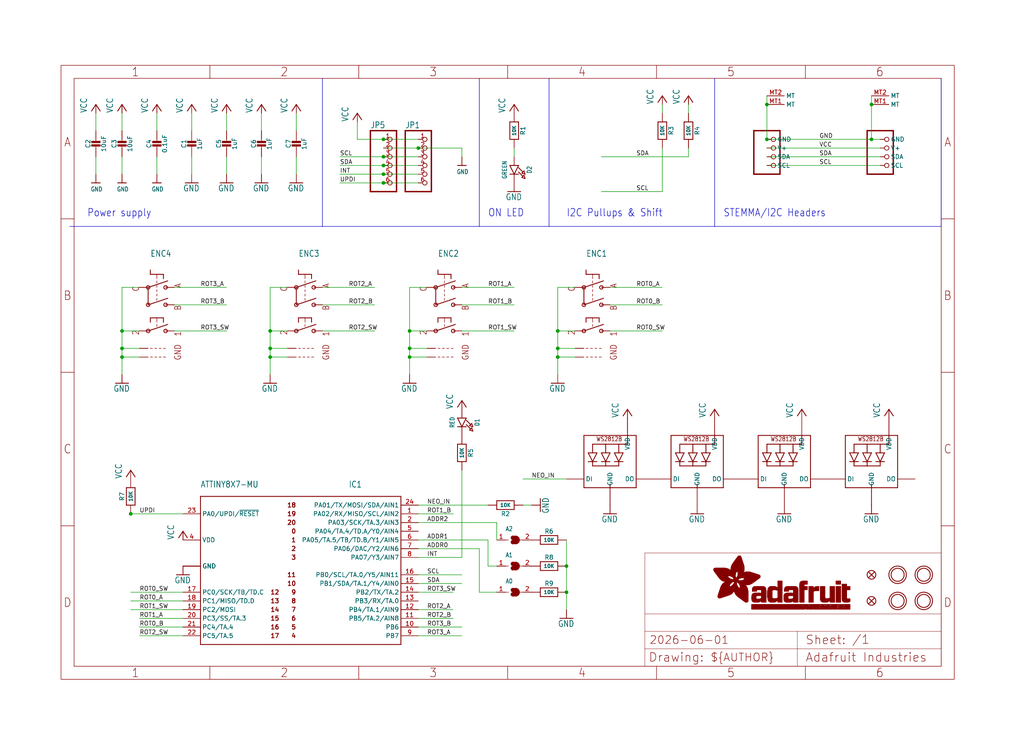
<source format=kicad_sch>
(kicad_sch (version 20230121) (generator eeschema)
  (paper "User" 298.45 217.322)
  (lib_symbols
    (symbol "Untitled-eagle-import:ATTINY8X7-MU"
      (property "Reference" "IC" (at 12.7 25.4 0))
      (symbol "ATTINY8X7-MU_1_0"
        (text "0" (at -2.54 12.7 0) (effects (font (size 1.27 1.27) (thickness 0.254) bold) (justify right)))
        (text "1" (at -2.54 10.16 0) (effects (font (size 1.27 1.27) (thickness 0.254) bold) (justify right)))
        (text "10" (at -2.54 -2.54 0) (effects (font (size 1.27 1.27) (thickness 0.254) bold) (justify right)))
        (text "11" (at -2.54 0 0) (effects (font (size 1.27 1.27) (thickness 0.254) bold) (justify right)))
        (text "12" (at -10.16 -5.08 0) (effects (font (size 1.27 1.27) (thickness 0.254) bold) (justify left)))
        (text "13" (at -10.16 -7.62 0) (effects (font (size 1.27 1.27) (thickness 0.254) bold) (justify left)))
        (text "14" (at -10.16 -10.16 0) (effects (font (size 1.27 1.27) (thickness 0.254) bold) (justify left)))
        (text "15" (at -10.16 -12.7 0) (effects (font (size 1.27 1.27) (thickness 0.254) bold) (justify left)))
        (text "16" (at -10.16 -15.24 0) (effects (font (size 1.27 1.27) (thickness 0.254) bold) (justify left)))
        (text "17" (at -10.16 -17.78 0) (effects (font (size 1.27 1.27) (thickness 0.254) bold) (justify left)))
        (text "18" (at -2.54 20.32 0) (effects (font (size 1.27 1.27) (thickness 0.254) bold) (justify right)))
        (text "19" (at -2.54 17.78 0) (effects (font (size 1.27 1.27) (thickness 0.254) bold) (justify right)))
        (text "2" (at -2.54 7.62 0) (effects (font (size 1.27 1.27) (thickness 0.254) bold) (justify right)))
        (text "20" (at -2.54 15.24 0) (effects (font (size 1.27 1.27) (thickness 0.254) bold) (justify right)))
        (text "3" (at -2.54 5.08 0) (effects (font (size 1.27 1.27) (thickness 0.254) bold) (justify right)))
        (text "4" (at -2.54 -17.78 0) (effects (font (size 1.27 1.27) (thickness 0.254) bold) (justify right)))
        (text "5" (at -2.54 -15.24 0) (effects (font (size 1.27 1.27) (thickness 0.254) bold) (justify right)))
        (text "6" (at -2.54 -12.7 0) (effects (font (size 1.27 1.27) (thickness 0.254) bold) (justify right)))
        (text "7" (at -2.54 -10.16 0) (effects (font (size 1.27 1.27) (thickness 0.254) bold) (justify right)))
        (text "8" (at -2.54 -7.62 0) (effects (font (size 1.27 1.27) (thickness 0.254) bold) (justify right)))
        (text "9" (at -2.54 -5.08 0) (effects (font (size 1.27 1.27) (thickness 0.254) bold) (justify right)))
        (pin bidirectional line (at 33.02 17.78 180) (length 5.08) (name "PA02/RX/MISO/SCL/AIN2") (number "1"))
        (pin bidirectional line (at 33.02 -15.24 180) (length 5.08) (name "PB6") (number "10"))
        (pin bidirectional line (at 33.02 -12.7 180) (length 5.08) (name "PB5/TA.2/AIN8") (number "11"))
        (pin bidirectional line (at 33.02 -10.16 180) (length 5.08) (name "PB4/TA.1/AIN9") (number "12"))
        (pin bidirectional line (at 33.02 -7.62 180) (length 5.08) (name "PB3/RX/TA.0") (number "13"))
        (pin bidirectional line (at 33.02 -5.08 180) (length 5.08) (name "PB2/TX/TA.2") (number "14"))
        (pin bidirectional line (at 33.02 -2.54 180) (length 5.08) (name "PB1/SDA/TA.1/Y4/AIN0") (number "15"))
        (pin bidirectional line (at 33.02 0 180) (length 5.08) (name "PB0/SCL/TA.0/Y5/AIN11") (number "16"))
        (pin bidirectional line (at -35.56 -5.08 0) (length 5.08) (name "PC0/SCK/TB/TD.C") (number "17"))
        (pin bidirectional line (at -35.56 -7.62 0) (length 5.08) (name "PC1/MISO/TD.D") (number "18"))
        (pin bidirectional line (at -35.56 -10.16 0) (length 5.08) (name "PC2/MOSI") (number "19"))
        (pin bidirectional line (at 33.02 15.24 180) (length 5.08) (name "PA03/SCK/TA.3/AIN3") (number "2"))
        (pin bidirectional line (at -35.56 -12.7 0) (length 5.08) (name "PC3/SS/TA.3") (number "20"))
        (pin bidirectional line (at -35.56 -15.24 0) (length 5.08) (name "PC4/TA.4") (number "21"))
        (pin bidirectional line (at -35.56 -17.78 0) (length 5.08) (name "PC5/TA.5") (number "22"))
        (pin bidirectional line (at -35.56 17.78 0) (length 5.08) (name "PA0/UPDI/~{RESET}") (number "23"))
        (pin bidirectional line (at 33.02 20.32 180) (length 5.08) (name "PA01/TX/MOSI/SDA/AIN1") (number "24"))
        (pin power_in line (at -35.56 2.54 0) (length 5.08) (name "GND") (number "3"))
        (pin power_in line (at -35.56 10.16 0) (length 5.08) (name "VDD") (number "4"))
        (pin bidirectional line (at 33.02 12.7 180) (length 5.08) (name "PA04/TA.4/TD.A/Y0/AIN4") (number "5"))
        (pin bidirectional line (at 33.02 10.16 180) (length 5.08) (name "PA05/TA.5/TB/TD.B/Y1/AIN5") (number "6"))
        (pin bidirectional line (at 33.02 7.62 180) (length 5.08) (name "PA06/DAC/Y2/AIN6") (number "7"))
        (pin bidirectional line (at 33.02 5.08 180) (length 5.08) (name "PA07/Y3/AIN7") (number "8"))
        (pin bidirectional line (at 33.02 -17.78 180) (length 5.08) (name "PB7") (number "9"))
        (pin power_in line (at -35.56 2.54 0) (length 5.08) (name "GND") (number "THERM"))
      )
    )
    (symbol "Untitled-eagle-import:CAP_CERAMIC0603_NO"
      (property "Reference" "C" (at -2.29 1.25 90))
      (symbol "CAP_CERAMIC0603_NO_1_0"
        (pin passive line (at 0 5.08 270) (length 2.54) (name "1") (number "1"))
        (pin passive line (at 0 -2.54 90) (length 2.54) (name "2") (number "2"))
      )
    )
    (symbol "Untitled-eagle-import:CAP_CERAMIC0805-NOOUTLINE"
      (property "Reference" "C" (at -2.29 1.25 90))
      (symbol "CAP_CERAMIC0805-NOOUTLINE_1_0"
        (pin passive line (at 0 5.08 270) (length 2.54) (name "1") (number "1"))
        (pin passive line (at 0 -2.54 90) (length 2.54) (name "2") (number "2"))
      )
    )
    (symbol "Untitled-eagle-import:ENCODER_PLUS_SWITCH_PEC11"
      (property "Reference" "SW" (at -1.905 13.97 0))
      (symbol "ENCODER_PLUS_SWITCH_PEC11_1_0"
        (text "1" (at 5.08 -7.62 900) (effects (font (size 1.778 1.5113)) (justify right top)))
        (text "2" (at -5.08 -8.89 900) (effects (font (size 1.778 1.5113)) (justify left bottom)))
        (text "A" (at 5.08 6.35 900) (effects (font (size 1.778 1.5113)) (justify right top)))
        (text "B" (at 5.08 0 900) (effects (font (size 1.778 1.5113)) (justify right top)))
        (text "C" (at -5.08 3.81 900) (effects (font (size 1.778 1.5113)) (justify left bottom)))
        (text "GND" (at 5.08 -11.43 900) (effects (font (size 1.778 1.5113)) (justify right top)))
        (pin passive line (at 5.08 -7.62 180) (length 2.54) (name "P$1") (number "P$1"))
        (pin passive line (at -5.08 -7.62 0) (length 2.54) (name "P$2") (number "P$2"))
        (pin passive line (at 5.08 5.08 180) (length 2.54) (name "P$A") (number "P$A"))
        (pin passive line (at 5.08 0 180) (length 2.54) (name "P$B") (number "P$B"))
        (pin passive line (at -5.08 5.08 0) (length 2.54) (name "P$C") (number "P$C"))
        (pin passive line (at -5.08 -12.7 0) (length 2.54) (name "P$GND1") (number "P$GND1"))
        (pin passive line (at -5.08 -15.24 0) (length 2.54) (name "P$GND2") (number "P$GND2"))
      )
    )
    (symbol "Untitled-eagle-import:FIDUCIAL_1MM")
    (symbol "Untitled-eagle-import:FRAME_A4_ADAFRUIT"
      (symbol "FRAME_A4_ADAFRUIT_1_0"
        (text "${#}/${##}" (at 230.505 10.16 0) (effects (font (size 2.54 2.54)) (justify left bottom)))
        (text "${AUTHOR}" (at 189.23 5.08 0) (effects (font (size 2.286 2.286)) (justify left bottom)))
        (text "${CURRENT_DATE}" (at 171.45 10.16 0) (effects (font (size 2.286 2.286)) (justify left bottom)))
        (text "${PROJECTNAME}" (at 171.45 15.24 0) (effects (font (size 2.54 2.54)) (justify left bottom)))
        (text "1" (at 21.6958 1.905 0) (effects (font (size 2.54 2.286))))
        (text "1" (at 21.6958 177.165 0) (effects (font (size 2.54 2.286))))
        (text "2" (at 65.0875 1.905 0) (effects (font (size 2.54 2.286))))
        (text "2" (at 65.0875 177.165 0) (effects (font (size 2.54 2.286))))
        (text "3" (at 108.4792 1.905 0) (effects (font (size 2.54 2.286))))
        (text "3" (at 108.4792 177.165 0) (effects (font (size 2.54 2.286))))
        (text "4" (at 151.8708 1.905 0) (effects (font (size 2.54 2.286))))
        (text "4" (at 151.8708 177.165 0) (effects (font (size 2.54 2.286))))
        (text "5" (at 195.2625 1.905 0) (effects (font (size 2.54 2.286))))
        (text "5" (at 195.2625 177.165 0) (effects (font (size 2.54 2.286))))
        (text "6" (at 238.6542 1.905 0) (effects (font (size 2.54 2.286))))
        (text "6" (at 238.6542 177.165 0) (effects (font (size 2.54 2.286))))
        (text "A" (at 1.905 156.6863 0) (effects (font (size 2.54 2.286))))
        (text "A" (at 258.445 156.6863 0) (effects (font (size 2.54 2.286))))
        (text "Adafruit Industries" (at 216.916 4.953 0) (effects (font (size 2.54 2.54)) (justify left bottom)))
        (text "B" (at 1.905 111.9188 0) (effects (font (size 2.54 2.286))))
        (text "B" (at 258.445 111.9188 0) (effects (font (size 2.54 2.286))))
        (text "C" (at 1.905 67.1513 0) (effects (font (size 2.54 2.286))))
        (text "C" (at 258.445 67.1513 0) (effects (font (size 2.54 2.286))))
        (text "D" (at 1.905 22.3838 0) (effects (font (size 2.54 2.286))))
        (text "D" (at 258.445 22.3838 0) (effects (font (size 2.54 2.286))))
        (text "Drawing:" (at 171.196 4.953 0) (effects (font (size 2.54 2.54)) (justify left bottom)))
        (text "Sheet:" (at 216.916 10.033 0) (effects (font (size 2.54 2.54)) (justify left bottom)))
      )
    )
    (symbol "Untitled-eagle-import:GND" (power)
      (property "Value" "GND" (at -1.524 -2.54 0))
      (symbol "GND_1_0"
        (pin power_in line (at 0 2.54 270) (length 2.54) (name "GND") (number "1"))
      )
    )
    (symbol "Untitled-eagle-import:HEADER-1X670MIL"
      (property "Reference" "JP" (at -6.35 10.795 0))
      (symbol "HEADER-1X670MIL_1_0"
        (pin passive inverted (at -2.54 7.62 0) (length 2.54) (name "1") (number "1"))
        (pin passive inverted (at -2.54 5.08 0) (length 2.54) (name "2") (number "2"))
        (pin passive inverted (at -2.54 2.54 0) (length 2.54) (name "3") (number "3"))
        (pin passive inverted (at -2.54 0 0) (length 2.54) (name "4") (number "4"))
        (pin passive inverted (at -2.54 -2.54 0) (length 2.54) (name "5") (number "5"))
        (pin passive inverted (at -2.54 -5.08 0) (length 2.54) (name "6") (number "6"))
      )
    )
    (symbol "Untitled-eagle-import:LED0603_NOOUTLINE"
      (property "Reference" "D" (at -1.27 4.445 0))
      (symbol "LED0603_NOOUTLINE_1_0"
        (pin passive line (at -5.08 0 0) (length 2.54) (name "A") (number "A"))
        (pin passive line (at 2.54 0 180) (length 2.54) (name "C") (number "C"))
      )
    )
    (symbol "Untitled-eagle-import:MOUNTINGHOLE2.5")
    (symbol "Untitled-eagle-import:RESISTOR_0603_NOOUT"
      (property "Reference" "R" (at 0 2.54 0))
      (symbol "RESISTOR_0603_NOOUT_1_0"
        (pin passive line (at -5.08 0 0) (length 2.54) (name "1") (number "1"))
        (pin passive line (at 5.08 0 180) (length 2.54) (name "2") (number "2"))
      )
    )
    (symbol "Untitled-eagle-import:SOLDERJUMPERCLOSED"
      (property "Reference" "SJ" (at -2.54 2.54 0))
      (symbol "SOLDERJUMPERCLOSED_1_0"
        (pin passive line (at -5.08 0 0) (length 2.54) (name "1") (number "1"))
        (pin passive line (at 5.08 0 180) (length 2.54) (name "2") (number "2"))
      )
    )
    (symbol "Untitled-eagle-import:STEMMA_I2C_QTRA"
      (symbol "STEMMA_I2C_QTRA_1_0"
        (pin passive inverted (at 0 5.08 0) (length 2.54) (name "GND") (number "1"))
        (pin passive inverted (at 0 2.54 0) (length 2.54) (name "V+") (number "2"))
        (pin passive inverted (at 0 0 0) (length 2.54) (name "SDA") (number "3"))
        (pin passive inverted (at 0 -2.54 0) (length 2.54) (name "SCL") (number "4"))
      )
      (symbol "STEMMA_I2C_QTRA_2_0"
        (pin bidirectional line (at 0 0 0) (length 5.08) (name "MT") (number "MT1"))
      )
      (symbol "STEMMA_I2C_QTRA_3_0"
        (pin bidirectional line (at 0 0 0) (length 5.08) (name "MT") (number "MT2"))
      )
    )
    (symbol "Untitled-eagle-import:VCC" (power)
      (property "Value" "VCC" (at -2.54 -2.54 90))
      (symbol "VCC_1_0"
        (pin power_in line (at 0 -2.54 90) (length 2.54) (name "VCC") (number "1"))
      )
    )
    (symbol "Untitled-eagle-import:WS2812B_SK6812E"
      (symbol "WS2812B_SK6812E_1_0"
        (text "WS2812B" (at -4.064 8.382 0) (effects (font (size 1.27 1.0795)) (justify left bottom)))
        (pin power_in line (at 5.08 15.24 270) (length 5.08) (name "VDD") (number "1-VDD"))
        (pin output line (at 12.7 -2.54 180) (length 5.08) (name "DO") (number "2-DOUT"))
        (pin power_in line (at 0 -10.16 90) (length 5.08) (name "GND") (number "3-GND"))
        (pin input line (at -12.7 -2.54 0) (length 5.08) (name "DI") (number "4-DIN"))
      )
    )
    (symbol "Untitled-eagle-import:supply1_GND" (power)
      (property "Value" "supply1_GND" (at -2.54 -2.54 0))
      (symbol "supply1_GND_1_0"
        (pin power_in line (at 0 2.54 270) (length 2.54) (name "GND") (number "1"))
      )
    )
  )
  (junction (at 254 40.64))
  (junction (at 162.56 96.52))
  (junction (at 121.92 43.18))
  (junction (at 35.56 104.14))
  (junction (at 165.1 172.72))
  (junction (at 165.1 165.1))
  (junction (at 119.38 104.14))
  (junction (at 35.56 101.6))
  (junction (at 162.56 101.6))
  (junction (at 35.56 96.52))
  (junction (at 78.74 101.6))
  (junction (at 119.38 96.52))
  (junction (at 111.76 50.8))
  (junction (at 254 30.48))
  (junction (at 111.76 48.26))
  (junction (at 78.74 96.52))
  (junction (at 223.52 30.48))
  (junction (at 111.76 40.64))
  (junction (at 78.74 104.14))
  (junction (at 38.1 149.86))
  (junction (at 162.56 104.14))
  (junction (at 111.76 53.34))
  (junction (at 223.52 40.64))
  (junction (at 119.38 101.6))
  (junction (at 111.76 45.72))
  (wire (pts (xy 124.46 83.82) (xy 119.38 83.82)) (stroke (width 0.1524)))
  (wire (pts (xy 78.74 101.6) (xy 78.74 104.14)) (stroke (width 0.1524)))
  (wire (pts (xy 144.78 152.4) (xy 121.92 152.4)) (stroke (width 0.1524)))
  (wire (pts (xy 104.14 40.64) (xy 104.14 35.56)) (stroke (width 0.1524)))
  (wire (pts (xy 134.62 170.18) (xy 121.92 170.18)) (stroke (width 0.1524)))
  (wire (pts (xy 45.72 33.02) (xy 45.72 38.1)) (stroke (width 0.1524)))
  (polyline (pts (xy 93.98 66.04) (xy 139.7 66.04)) (stroke (width 0.1524) (type solid)))
  (wire (pts (xy 78.74 96.52) (xy 78.74 101.6)) (stroke (width 0.1524)))
  (wire (pts (xy 53.34 185.42) (xy 40.64 185.42)) (stroke (width 0.1524)))
  (wire (pts (xy 139.7 160.02) (xy 139.7 172.72)) (stroke (width 0.1524)))
  (polyline (pts (xy 208.28 22.86) (xy 208.28 66.04)) (stroke (width 0.1524) (type solid)))
  (wire (pts (xy 124.46 101.6) (xy 119.38 101.6)) (stroke (width 0.1524)))
  (wire (pts (xy 40.64 101.6) (xy 35.56 101.6)) (stroke (width 0.1524)))
  (wire (pts (xy 149.86 45.72) (xy 149.86 43.18)) (stroke (width 0.1524)))
  (wire (pts (xy 121.92 185.42) (xy 134.62 185.42)) (stroke (width 0.1524)))
  (wire (pts (xy 121.92 167.64) (xy 134.62 167.64)) (stroke (width 0.1524)))
  (wire (pts (xy 35.56 104.14) (xy 35.56 109.22)) (stroke (width 0.1524)))
  (wire (pts (xy 35.56 33.02) (xy 35.56 38.1)) (stroke (width 0.1524)))
  (wire (pts (xy 121.92 43.18) (xy 134.62 43.18)) (stroke (width 0.1524)))
  (wire (pts (xy 121.92 50.8) (xy 111.76 50.8)) (stroke (width 0.1524)))
  (wire (pts (xy 53.34 175.26) (xy 38.1 175.26)) (stroke (width 0.1524)))
  (polyline (pts (xy 160.02 66.04) (xy 208.28 66.04)) (stroke (width 0.1524) (type solid)))
  (wire (pts (xy 66.04 33.02) (xy 66.04 38.1)) (stroke (width 0.1524)))
  (wire (pts (xy 223.52 43.18) (xy 256.54 43.18)) (stroke (width 0.1524)))
  (wire (pts (xy 254 27.94) (xy 254 30.48)) (stroke (width 0.1524)))
  (wire (pts (xy 193.04 30.48) (xy 193.04 33.02)) (stroke (width 0.1524)))
  (wire (pts (xy 121.92 177.8) (xy 132.08 177.8)) (stroke (width 0.1524)))
  (wire (pts (xy 200.66 43.18) (xy 200.66 45.72)) (stroke (width 0.1524)))
  (wire (pts (xy 167.64 83.82) (xy 162.56 83.82)) (stroke (width 0.1524)))
  (wire (pts (xy 121.92 157.48) (xy 142.24 157.48)) (stroke (width 0.1524)))
  (wire (pts (xy 111.76 53.34) (xy 99.06 53.34)) (stroke (width 0.1524)))
  (wire (pts (xy 86.36 50.8) (xy 86.36 45.72)) (stroke (width 0.1524)))
  (wire (pts (xy 134.62 88.9) (xy 149.86 88.9)) (stroke (width 0.1524)))
  (wire (pts (xy 162.56 83.82) (xy 162.56 96.52)) (stroke (width 0.1524)))
  (wire (pts (xy 119.38 83.82) (xy 119.38 96.52)) (stroke (width 0.1524)))
  (wire (pts (xy 177.8 83.82) (xy 193.04 83.82)) (stroke (width 0.1524)))
  (wire (pts (xy 142.24 165.1) (xy 144.78 165.1)) (stroke (width 0.1524)))
  (wire (pts (xy 121.92 53.34) (xy 111.76 53.34)) (stroke (width 0.1524)))
  (polyline (pts (xy 208.28 66.04) (xy 274.32 66.04)) (stroke (width 0.1524) (type solid)))
  (wire (pts (xy 111.76 50.8) (xy 99.06 50.8)) (stroke (width 0.1524)))
  (wire (pts (xy 27.94 33.02) (xy 27.94 38.1)) (stroke (width 0.1524)))
  (wire (pts (xy 121.92 48.26) (xy 111.76 48.26)) (stroke (width 0.1524)))
  (wire (pts (xy 53.34 172.72) (xy 38.1 172.72)) (stroke (width 0.1524)))
  (wire (pts (xy 40.64 96.52) (xy 35.56 96.52)) (stroke (width 0.1524)))
  (wire (pts (xy 165.1 165.1) (xy 165.1 172.72)) (stroke (width 0.1524)))
  (wire (pts (xy 121.92 43.18) (xy 111.76 43.18)) (stroke (width 0.1524)))
  (wire (pts (xy 162.56 104.14) (xy 167.64 104.14)) (stroke (width 0.1524)))
  (wire (pts (xy 121.92 162.56) (xy 134.62 162.56)) (stroke (width 0.1524)))
  (polyline (pts (xy 20.32 66.04) (xy 93.98 66.04)) (stroke (width 0.1524) (type solid)))
  (wire (pts (xy 83.82 96.52) (xy 78.74 96.52)) (stroke (width 0.1524)))
  (wire (pts (xy 256.54 45.72) (xy 223.52 45.72)) (stroke (width 0.1524)))
  (wire (pts (xy 78.74 83.82) (xy 78.74 96.52)) (stroke (width 0.1524)))
  (wire (pts (xy 223.52 27.94) (xy 223.52 30.48)) (stroke (width 0.1524)))
  (wire (pts (xy 193.04 43.18) (xy 193.04 55.88)) (stroke (width 0.1524)))
  (wire (pts (xy 76.2 33.02) (xy 76.2 38.1)) (stroke (width 0.1524)))
  (wire (pts (xy 162.56 96.52) (xy 162.56 101.6)) (stroke (width 0.1524)))
  (wire (pts (xy 193.04 55.88) (xy 175.26 55.88)) (stroke (width 0.1524)))
  (wire (pts (xy 86.36 33.02) (xy 86.36 38.1)) (stroke (width 0.1524)))
  (wire (pts (xy 134.62 137.16) (xy 134.62 162.56)) (stroke (width 0.1524)))
  (wire (pts (xy 45.72 45.72) (xy 45.72 50.8)) (stroke (width 0.1524)))
  (wire (pts (xy 35.56 45.72) (xy 35.56 50.8)) (stroke (width 0.1524)))
  (wire (pts (xy 162.56 101.6) (xy 162.56 104.14)) (stroke (width 0.1524)))
  (polyline (pts (xy 160.02 22.86) (xy 160.02 66.04)) (stroke (width 0.1524) (type solid)))
  (polyline (pts (xy 139.7 22.86) (xy 139.7 66.04)) (stroke (width 0.1524) (type solid)))
  (wire (pts (xy 93.98 96.52) (xy 109.22 96.52)) (stroke (width 0.1524)))
  (wire (pts (xy 167.64 96.52) (xy 162.56 96.52)) (stroke (width 0.1524)))
  (wire (pts (xy 35.56 96.52) (xy 35.56 101.6)) (stroke (width 0.1524)))
  (wire (pts (xy 93.98 83.82) (xy 109.22 83.82)) (stroke (width 0.1524)))
  (wire (pts (xy 35.56 83.82) (xy 35.56 96.52)) (stroke (width 0.1524)))
  (wire (pts (xy 177.8 96.52) (xy 193.04 96.52)) (stroke (width 0.1524)))
  (wire (pts (xy 35.56 104.14) (xy 40.64 104.14)) (stroke (width 0.1524)))
  (wire (pts (xy 165.1 139.7) (xy 152.4 139.7)) (stroke (width 0.1524)))
  (wire (pts (xy 121.92 40.64) (xy 111.76 40.64)) (stroke (width 0.1524)))
  (polyline (pts (xy 93.98 22.86) (xy 93.98 66.04)) (stroke (width 0.1524) (type solid)))
  (wire (pts (xy 142.24 157.48) (xy 142.24 165.1)) (stroke (width 0.1524)))
  (wire (pts (xy 53.34 149.86) (xy 38.1 149.86)) (stroke (width 0.1524)))
  (wire (pts (xy 121.92 147.32) (xy 142.24 147.32)) (stroke (width 0.1524)))
  (wire (pts (xy 223.52 30.48) (xy 223.52 40.64)) (stroke (width 0.1524)))
  (wire (pts (xy 121.92 45.72) (xy 111.76 45.72)) (stroke (width 0.1524)))
  (wire (pts (xy 119.38 101.6) (xy 119.38 104.14)) (stroke (width 0.1524)))
  (wire (pts (xy 121.92 149.86) (xy 132.08 149.86)) (stroke (width 0.1524)))
  (wire (pts (xy 119.38 96.52) (xy 119.38 101.6)) (stroke (width 0.1524)))
  (wire (pts (xy 121.92 180.34) (xy 132.08 180.34)) (stroke (width 0.1524)))
  (wire (pts (xy 144.78 157.48) (xy 144.78 152.4)) (stroke (width 0.1524)))
  (wire (pts (xy 50.8 88.9) (xy 66.04 88.9)) (stroke (width 0.1524)))
  (wire (pts (xy 254 30.48) (xy 254 40.64)) (stroke (width 0.1524)))
  (wire (pts (xy 119.38 104.14) (xy 124.46 104.14)) (stroke (width 0.1524)))
  (wire (pts (xy 139.7 172.72) (xy 144.78 172.72)) (stroke (width 0.1524)))
  (wire (pts (xy 119.38 104.14) (xy 119.38 109.22)) (stroke (width 0.1524)))
  (wire (pts (xy 254 40.64) (xy 223.52 40.64)) (stroke (width 0.1524)))
  (wire (pts (xy 162.56 104.14) (xy 162.56 109.22)) (stroke (width 0.1524)))
  (wire (pts (xy 165.1 157.48) (xy 165.1 165.1)) (stroke (width 0.1524)))
  (wire (pts (xy 134.62 83.82) (xy 149.86 83.82)) (stroke (width 0.1524)))
  (polyline (pts (xy 139.7 66.04) (xy 160.02 66.04)) (stroke (width 0.1524) (type solid)))
  (wire (pts (xy 165.1 172.72) (xy 165.1 177.8)) (stroke (width 0.1524)))
  (wire (pts (xy 55.88 50.8) (xy 55.88 45.72)) (stroke (width 0.1524)))
  (wire (pts (xy 35.56 101.6) (xy 35.56 104.14)) (stroke (width 0.1524)))
  (wire (pts (xy 40.64 182.88) (xy 53.34 182.88)) (stroke (width 0.1524)))
  (wire (pts (xy 66.04 50.8) (xy 66.04 45.72)) (stroke (width 0.1524)))
  (wire (pts (xy 83.82 101.6) (xy 78.74 101.6)) (stroke (width 0.1524)))
  (wire (pts (xy 152.4 147.32) (xy 154.94 147.32)) (stroke (width 0.1524)))
  (wire (pts (xy 121.92 160.02) (xy 139.7 160.02)) (stroke (width 0.1524)))
  (wire (pts (xy 53.34 177.8) (xy 38.1 177.8)) (stroke (width 0.1524)))
  (wire (pts (xy 93.98 88.9) (xy 109.22 88.9)) (stroke (width 0.1524)))
  (wire (pts (xy 121.92 172.72) (xy 132.08 172.72)) (stroke (width 0.1524)))
  (wire (pts (xy 40.64 180.34) (xy 53.34 180.34)) (stroke (width 0.1524)))
  (wire (pts (xy 200.66 33.02) (xy 200.66 30.48)) (stroke (width 0.1524)))
  (wire (pts (xy 256.54 40.64) (xy 254 40.64)) (stroke (width 0.1524)))
  (wire (pts (xy 177.8 88.9) (xy 193.04 88.9)) (stroke (width 0.1524)))
  (wire (pts (xy 50.8 96.52) (xy 66.04 96.52)) (stroke (width 0.1524)))
  (wire (pts (xy 111.76 45.72) (xy 99.06 45.72)) (stroke (width 0.1524)))
  (wire (pts (xy 134.62 43.18) (xy 134.62 45.72)) (stroke (width 0.1524)))
  (wire (pts (xy 167.64 101.6) (xy 162.56 101.6)) (stroke (width 0.1524)))
  (wire (pts (xy 121.92 182.88) (xy 134.62 182.88)) (stroke (width 0.1524)))
  (wire (pts (xy 200.66 45.72) (xy 175.26 45.72)) (stroke (width 0.1524)))
  (wire (pts (xy 78.74 104.14) (xy 78.74 109.22)) (stroke (width 0.1524)))
  (wire (pts (xy 27.94 50.8) (xy 27.94 45.72)) (stroke (width 0.1524)))
  (wire (pts (xy 111.76 48.26) (xy 99.06 48.26)) (stroke (width 0.1524)))
  (wire (pts (xy 223.52 48.26) (xy 256.54 48.26)) (stroke (width 0.1524)))
  (wire (pts (xy 111.76 40.64) (xy 104.14 40.64)) (stroke (width 0.1524)))
  (wire (pts (xy 55.88 33.02) (xy 55.88 38.1)) (stroke (width 0.1524)))
  (wire (pts (xy 124.46 96.52) (xy 119.38 96.52)) (stroke (width 0.1524)))
  (wire (pts (xy 50.8 83.82) (xy 66.04 83.82)) (stroke (width 0.1524)))
  (wire (pts (xy 78.74 104.14) (xy 83.82 104.14)) (stroke (width 0.1524)))
  (wire (pts (xy 40.64 83.82) (xy 35.56 83.82)) (stroke (width 0.1524)))
  (wire (pts (xy 134.62 96.52) (xy 149.86 96.52)) (stroke (width 0.1524)))
  (polyline (pts (xy 274.32 22.86) (xy 274.32 66.04)) (stroke (width 0.1524) (type solid)))
  (wire (pts (xy 38.1 149.86) (xy 38.1 147.32)) (stroke (width 0.1524)))
  (wire (pts (xy 83.82 83.82) (xy 78.74 83.82)) (stroke (width 0.1524)))
  (wire (pts (xy 76.2 50.8) (xy 76.2 45.72)) (stroke (width 0.1524)))
  (text "Power supply" (at 25.4 63.5 0) (effects (font (size 2.1844 1.8567)) (justify left bottom)))
  (text "I2C Pullups & Shift" (at 165.1 63.5 0) (effects (font (size 2.1844 1.8567)) (justify left bottom)))
  (text "ON LED" (at 142.24 63.5 0) (effects (font (size 2.1844 1.8567)) (justify left bottom)))
  (text "STEMMA/I2C Headers" (at 210.82 63.5 0) (effects (font (size 2.1844 1.8567)) (justify left bottom)))
  (label "ROT1_B" (at 124.46 149.86 0) (effects (font (size 1.2446 1.2446))))
  (label "ROT1_SW" (at 142.24 96.52 0) (effects (font (size 1.2446 1.2446))))
  (label "SDA" (at 124.46 170.18 0) (effects (font (size 1.2446 1.2446))))
  (label "ADDR0" (at 124.46 160.02 0) (effects (font (size 1.2446 1.2446))))
  (label "ROT2_SW" (at 101.6 96.52 0) (effects (font (size 1.2446 1.2446))))
  (label "ROT0_B" (at 185.42 88.9 0) (effects (font (size 1.2446 1.2446))))
  (label "SCL" (at 99.06 45.72 0) (effects (font (size 1.2446 1.2446))))
  (label "INT" (at 99.06 50.8 0) (effects (font (size 1.2446 1.2446))))
  (label "ADDR1" (at 124.46 157.48 0) (effects (font (size 1.2446 1.2446))))
  (label "ROT0_A" (at 185.42 83.82 0) (effects (font (size 1.2446 1.2446))))
  (label "UPDI" (at 99.06 53.34 0) (effects (font (size 1.2446 1.2446))))
  (label "ROT1_A" (at 40.64 180.34 0) (effects (font (size 1.2446 1.2446))))
  (label "NEO_IN" (at 154.94 139.7 0) (effects (font (size 1.2446 1.2446))))
  (label "SDA" (at 185.42 45.72 0) (effects (font (size 1.2446 1.2446))))
  (label "ADDR2" (at 124.46 152.4 0) (effects (font (size 1.2446 1.2446))))
  (label "ROT2_SW" (at 40.64 185.42 0) (effects (font (size 1.2446 1.2446))))
  (label "GND" (at 238.76 40.64 0) (effects (font (size 1.2446 1.2446))))
  (label "ROT0_SW" (at 185.42 96.52 0) (effects (font (size 1.2446 1.2446))))
  (label "ROT3_SW" (at 58.42 96.52 0) (effects (font (size 1.2446 1.2446))))
  (label "UPDI" (at 40.64 149.86 0) (effects (font (size 1.2446 1.2446))))
  (label "ROT2_B" (at 124.46 180.34 0) (effects (font (size 1.2446 1.2446))))
  (label "SCL" (at 185.42 55.88 0) (effects (font (size 1.2446 1.2446))))
  (label "VCC" (at 238.76 43.18 0) (effects (font (size 1.2446 1.2446))))
  (label "SCL" (at 238.76 48.26 0) (effects (font (size 1.2446 1.2446))))
  (label "ROT3_A" (at 58.42 83.82 0) (effects (font (size 1.2446 1.2446))))
  (label "ROT3_B" (at 58.42 88.9 0) (effects (font (size 1.2446 1.2446))))
  (label "NEO_IN" (at 124.46 147.32 0) (effects (font (size 1.2446 1.2446))))
  (label "ROT3_SW" (at 124.46 172.72 0) (effects (font (size 1.2446 1.2446))))
  (label "ROT0_B" (at 40.64 182.88 0) (effects (font (size 1.2446 1.2446))))
  (label "SDA" (at 99.06 48.26 0) (effects (font (size 1.2446 1.2446))))
  (label "SDA" (at 238.76 45.72 0) (effects (font (size 1.2446 1.2446))))
  (label "ROT3_A" (at 124.46 185.42 0) (effects (font (size 1.2446 1.2446))))
  (label "INT" (at 124.46 162.56 0) (effects (font (size 1.2446 1.2446))))
  (label "ROT3_B" (at 124.46 182.88 0) (effects (font (size 1.2446 1.2446))))
  (label "ROT2_B" (at 101.6 88.9 0) (effects (font (size 1.2446 1.2446))))
  (label "ROT2_A" (at 101.6 83.82 0) (effects (font (size 1.2446 1.2446))))
  (label "ROT0_A" (at 40.64 175.26 0) (effects (font (size 1.2446 1.2446))))
  (label "ROT1_SW" (at 40.64 177.8 0) (effects (font (size 1.2446 1.2446))))
  (label "ROT1_B" (at 142.24 88.9 0) (effects (font (size 1.2446 1.2446))))
  (label "ROT0_SW" (at 40.64 172.72 0) (effects (font (size 1.2446 1.2446))))
  (label "ROT1_A" (at 142.24 83.82 0) (effects (font (size 1.2446 1.2446))))
  (label "SCL" (at 124.46 167.64 0) (effects (font (size 1.2446 1.2446))))
  (label "ROT2_A" (at 124.46 177.8 0) (effects (font (size 1.2446 1.2446))))
  (symbol (lib_id "Untitled-eagle-import:VCC") (at 182.88 119.38 0) (unit 1)
    (property "Reference" "#P+5" (effects hide))
    (property "Value" "VCC" (at 180.34 121.92 90) (effects (font (size 1.778 1.5113)) (justify left bottom)))
  )
  (symbol (lib_id "Untitled-eagle-import:GND") (at 45.72 53.34 0) (unit 1)
    (property "Reference" "#U$6" (effects hide))
    (property "Value" "GND" (at 44.196 55.88 0) (effects (font (size 1.27 1.0795)) (justify left bottom)))
  )
  (symbol (lib_id "Untitled-eagle-import:supply1_GND") (at 162.56 111.76 0) (unit 1)
    (property "Reference" "#GND18" (effects hide))
    (property "Value" "GND" (at 160.02 114.3 0) (effects (font (size 1.778 1.5113)) (justify left bottom)))
  )
  (symbol (lib_id "Untitled-eagle-import:supply1_GND") (at 254 149.86 0) (unit 1)
    (property "Reference" "#GND9" (effects hide))
    (property "Value" "GND" (at 251.46 152.4 0) (effects (font (size 1.778 1.5113)) (justify left bottom)))
  )
  (symbol (lib_id "Untitled-eagle-import:RESISTOR_0603_NOOUT") (at 160.02 157.48 0) (unit 1)
    (property "Reference" "R6" (at 160.02 154.94 0))
    (property "Value" "10K" (at 160.02 157.48 0) (effects (font (size 1.016 1.016) bold)))
    (property "Footprint" "Untitled:0603-NO" (effects hide))
  )
  (symbol (lib_id "Untitled-eagle-import:GND") (at 35.56 53.34 0) (unit 1)
    (property "Reference" "#U$5" (effects hide))
    (property "Value" "GND" (at 34.036 55.88 0) (effects (font (size 1.27 1.0795)) (justify left bottom)))
  )
  (symbol (lib_id "Untitled-eagle-import:RESISTOR_0603_NOOUT") (at 147.32 147.32 180) (unit 1)
    (property "Reference" "R2" (at 147.32 149.86 0))
    (property "Value" "10K" (at 147.32 147.32 0) (effects (font (size 1.016 1.016) bold)))
    (property "Footprint" "Untitled:0603-NO" (effects hide))
  )
  (symbol (lib_id "Untitled-eagle-import:CAP_CERAMIC0603_NO") (at 45.72 43.18 0) (unit 1)
    (property "Reference" "C4" (at 43.43 41.93 90))
    (property "Value" "0.1uF" (at 48.02 41.93 90))
    (property "Footprint" "Untitled:0603-NO" (effects hide))
  )
  (symbol (lib_id "Untitled-eagle-import:supply1_GND") (at 86.36 53.34 0) (unit 1)
    (property "Reference" "#GND7" (effects hide))
    (property "Value" "GND" (at 83.82 55.88 0) (effects (font (size 1.778 1.5113)) (justify left bottom)))
  )
  (symbol (lib_id "Untitled-eagle-import:VCC") (at 38.1 137.16 0) (unit 1)
    (property "Reference" "#P+14" (effects hide))
    (property "Value" "VCC" (at 35.56 139.7 90) (effects (font (size 1.778 1.5113)) (justify left bottom)))
  )
  (symbol (lib_id "Untitled-eagle-import:WS2812B_SK6812E") (at 203.2 137.16 0) (unit 1)
    (property "Reference" "LED2" (effects hide))
    (property "Value" "WS2812B_SK6812E" (effects hide))
    (property "Footprint" "Untitled:NEO3535_REVERSE" (effects hide))
  )
  (symbol (lib_id "Untitled-eagle-import:STEMMA_I2C_QTRA") (at 223.52 27.94 0) (unit 3)
    (property "Reference" "CONN3" (effects hide))
    (property "Value" "STEMMA_I2C_QTRA" (effects hide))
    (property "Footprint" "Untitled:JST_SH4_RA" (effects hide))
  )
  (symbol (lib_id "Untitled-eagle-import:CAP_CERAMIC0603_NO") (at 86.36 43.18 0) (unit 1)
    (property "Reference" "C7" (at 84.07 41.93 90))
    (property "Value" "1uF" (at 88.66 41.93 90))
    (property "Footprint" "Untitled:0603-NO" (effects hide))
  )
  (symbol (lib_id "Untitled-eagle-import:RESISTOR_0603_NOOUT") (at 149.86 38.1 270) (unit 1)
    (property "Reference" "R1" (at 152.4 38.1 0))
    (property "Value" "10K" (at 149.86 38.1 0) (effects (font (size 1.016 1.016) bold)))
    (property "Footprint" "Untitled:0603-NO" (effects hide))
  )
  (symbol (lib_id "Untitled-eagle-import:supply1_GND") (at 35.56 111.76 0) (unit 1)
    (property "Reference" "#GND12" (effects hide))
    (property "Value" "GND" (at 33.02 114.3 0) (effects (font (size 1.778 1.5113)) (justify left bottom)))
  )
  (symbol (lib_id "Untitled-eagle-import:WS2812B_SK6812E") (at 177.8 137.16 0) (unit 1)
    (property "Reference" "LED1" (effects hide))
    (property "Value" "WS2812B_SK6812E" (effects hide))
    (property "Footprint" "Untitled:NEO3535_REVERSE" (effects hide))
  )
  (symbol (lib_id "Untitled-eagle-import:FRAME_A4_ADAFRUIT") (at 17.78 198.12 0) (unit 1)
    (property "Reference" "#U$4" (effects hide))
    (property "Value" "FRAME_A4_ADAFRUIT" (effects hide))
  )
  (symbol (lib_id "Untitled-eagle-import:ENCODER_PLUS_SWITCH_PEC11") (at 88.9 88.9 0) (unit 1)
    (property "Reference" "ENC3" (at 86.995 74.93 0) (effects (font (size 1.778 1.5113)) (justify left bottom)))
    (property "Value" "ENCODER_PLUS_SWITCH_PEC11" (effects hide))
    (property "Footprint" "Untitled:PEC11+SWITCH" (effects hide))
  )
  (symbol (lib_id "Untitled-eagle-import:supply1_GND") (at 76.2 53.34 0) (unit 1)
    (property "Reference" "#GND5" (effects hide))
    (property "Value" "GND" (at 73.66 55.88 0) (effects (font (size 1.778 1.5113)) (justify left bottom)))
  )
  (symbol (lib_id "Untitled-eagle-import:VCC") (at 55.88 30.48 0) (unit 1)
    (property "Reference" "#P+10" (effects hide))
    (property "Value" "VCC" (at 53.34 33.02 90) (effects (font (size 1.778 1.5113)) (justify left bottom)))
  )
  (symbol (lib_id "Untitled-eagle-import:VCC") (at 149.86 30.48 0) (unit 1)
    (property "Reference" "#P+17" (effects hide))
    (property "Value" "VCC" (at 147.32 33.02 90) (effects (font (size 1.778 1.5113)) (justify left bottom)))
  )
  (symbol (lib_id "Untitled-eagle-import:supply1_GND") (at 157.48 147.32 90) (unit 1)
    (property "Reference" "#GND14" (effects hide))
    (property "Value" "GND" (at 160.02 149.86 0) (effects (font (size 1.778 1.5113)) (justify left bottom)))
  )
  (symbol (lib_id "Untitled-eagle-import:FIDUCIAL_1MM") (at 254 175.26 0) (unit 1)
    (property "Reference" "FID1" (effects hide))
    (property "Value" "FIDUCIAL_1MM" (effects hide))
    (property "Footprint" "Untitled:FIDUCIAL_1MM" (effects hide))
  )
  (symbol (lib_id "Untitled-eagle-import:RESISTOR_0603_NOOUT") (at 160.02 172.72 0) (unit 1)
    (property "Reference" "R9" (at 160.02 170.18 0))
    (property "Value" "10K" (at 160.02 172.72 0) (effects (font (size 1.016 1.016) bold)))
    (property "Footprint" "Untitled:0603-NO" (effects hide))
  )
  (symbol (lib_id "Untitled-eagle-import:STEMMA_I2C_QTRA") (at 256.54 45.72 0) (unit 1)
    (property "Reference" "CONN4" (effects hide))
    (property "Value" "STEMMA_I2C_QTRA" (effects hide))
    (property "Footprint" "Untitled:JST_SH4_RA" (effects hide))
  )
  (symbol (lib_id "Untitled-eagle-import:STEMMA_I2C_QTRA") (at 223.52 30.48 0) (unit 2)
    (property "Reference" "CONN3" (effects hide))
    (property "Value" "STEMMA_I2C_QTRA" (effects hide))
    (property "Footprint" "Untitled:JST_SH4_RA" (effects hide))
  )
  (symbol (lib_id "Untitled-eagle-import:CAP_CERAMIC0603_NO") (at 76.2 43.18 0) (unit 1)
    (property "Reference" "C6" (at 73.91 41.93 90))
    (property "Value" "1uF" (at 78.5 41.93 90))
    (property "Footprint" "Untitled:0603-NO" (effects hide))
  )
  (symbol (lib_id "Untitled-eagle-import:VCC") (at 86.36 30.48 0) (unit 1)
    (property "Reference" "#P+13" (effects hide))
    (property "Value" "VCC" (at 83.82 33.02 90) (effects (font (size 1.778 1.5113)) (justify left bottom)))
  )
  (symbol (lib_id "Untitled-eagle-import:VCC") (at 233.68 119.38 0) (unit 1)
    (property "Reference" "#P+8" (effects hide))
    (property "Value" "VCC" (at 231.14 121.92 90) (effects (font (size 1.778 1.5113)) (justify left bottom)))
  )
  (symbol (lib_id "Untitled-eagle-import:MOUNTINGHOLE2.5") (at 261.62 175.26 0) (unit 1)
    (property "Reference" "U$3" (effects hide))
    (property "Value" "MOUNTINGHOLE2.5" (effects hide))
    (property "Footprint" "Untitled:MOUNTINGHOLE_2.5_PLATED" (effects hide))
  )
  (symbol (lib_id "Untitled-eagle-import:WS2812B_SK6812E") (at 254 137.16 0) (unit 1)
    (property "Reference" "LED4" (effects hide))
    (property "Value" "WS2812B_SK6812E" (effects hide))
    (property "Footprint" "Untitled:NEO3535_REVERSE" (effects hide))
  )
  (symbol (lib_id "Untitled-eagle-import:VCC") (at 200.66 27.94 0) (unit 1)
    (property "Reference" "#P+2" (effects hide))
    (property "Value" "VCC" (at 198.12 30.48 90) (effects (font (size 1.778 1.5113)) (justify left bottom)))
  )
  (symbol (lib_id "Untitled-eagle-import:supply1_GND") (at 78.74 111.76 0) (unit 1)
    (property "Reference" "#GND15" (effects hide))
    (property "Value" "GND" (at 76.2 114.3 0) (effects (font (size 1.778 1.5113)) (justify left bottom)))
  )
  (symbol (lib_id "Untitled-eagle-import:MOUNTINGHOLE2.5") (at 269.24 167.64 0) (unit 1)
    (property "Reference" "U$19" (effects hide))
    (property "Value" "MOUNTINGHOLE2.5" (effects hide))
    (property "Footprint" "Untitled:MOUNTINGHOLE_2.5_PLATED" (effects hide))
  )
  (symbol (lib_id "Untitled-eagle-import:VCC") (at 53.34 154.94 0) (unit 1)
    (property "Reference" "#P+15" (effects hide))
    (property "Value" "VCC" (at 50.8 157.48 90) (effects (font (size 1.778 1.5113)) (justify left bottom)))
  )
  (symbol (lib_id "Untitled-eagle-import:VCC") (at 27.94 30.48 0) (unit 1)
    (property "Reference" "#P+3" (effects hide))
    (property "Value" "VCC" (at 25.4 33.02 90) (effects (font (size 1.778 1.5113)) (justify left bottom)))
  )
  (symbol (lib_id "Untitled-eagle-import:ENCODER_PLUS_SWITCH_PEC11") (at 45.72 88.9 0) (unit 1)
    (property "Reference" "ENC4" (at 43.815 74.93 0) (effects (font (size 1.778 1.5113)) (justify left bottom)))
    (property "Value" "ENCODER_PLUS_SWITCH_PEC11" (effects hide))
    (property "Footprint" "Untitled:PEC11+SWITCH" (effects hide))
  )
  (symbol (lib_id "Untitled-eagle-import:GND") (at 27.94 53.34 0) (unit 1)
    (property "Reference" "#U$13" (effects hide))
    (property "Value" "GND" (at 26.416 55.88 0) (effects (font (size 1.27 1.0795)) (justify left bottom)))
  )
  (symbol (lib_id "Untitled-eagle-import:LED0603_NOOUTLINE") (at 134.62 124.46 270) (unit 1)
    (property "Reference" "D1" (at 139.065 123.19 0) (effects (font (size 1.27 1.0795))))
    (property "Value" "RED" (at 131.826 123.19 0) (effects (font (size 1.27 1.0795))))
    (property "Footprint" "Untitled:CHIPLED_0603_NOOUTLINE" (effects hide))
  )
  (symbol (lib_id "Untitled-eagle-import:MOUNTINGHOLE2.5") (at 269.24 175.26 0) (unit 1)
    (property "Reference" "U$21" (effects hide))
    (property "Value" "MOUNTINGHOLE2.5" (effects hide))
    (property "Footprint" "Untitled:MOUNTINGHOLE_2.5_PLATED" (effects hide))
  )
  (symbol (lib_id "Untitled-eagle-import:supply1_GND") (at 119.38 111.76 0) (unit 1)
    (property "Reference" "#GND17" (effects hide))
    (property "Value" "GND" (at 116.84 114.3 0) (effects (font (size 1.778 1.5113)) (justify left bottom)))
  )
  (symbol (lib_id "Untitled-eagle-import:FIDUCIAL_1MM") (at 254 167.64 0) (unit 1)
    (property "Reference" "FID2" (effects hide))
    (property "Value" "FIDUCIAL_1MM" (effects hide))
    (property "Footprint" "Untitled:FIDUCIAL_1MM" (effects hide))
  )
  (symbol (lib_id "Untitled-eagle-import:RESISTOR_0603_NOOUT") (at 38.1 144.78 90) (unit 1)
    (property "Reference" "R7" (at 35.56 144.78 0))
    (property "Value" "10K" (at 38.1 144.78 0) (effects (font (size 1.016 1.016) bold)))
    (property "Footprint" "Untitled:0603-NO" (effects hide))
  )
  (symbol (lib_id "Untitled-eagle-import:VCC") (at 104.14 33.02 0) (unit 1)
    (property "Reference" "#P+4" (effects hide))
    (property "Value" "VCC" (at 101.6 35.56 90) (effects (font (size 1.778 1.5113)) (justify left bottom)))
  )
  (symbol (lib_id "Untitled-eagle-import:HEADER-1X670MIL") (at 124.46 48.26 0) (unit 1)
    (property "Reference" "JP1" (at 118.11 37.465 0) (effects (font (size 1.778 1.5113)) (justify left bottom)))
    (property "Value" "HEADER-1X670MIL" (effects hide))
    (property "Footprint" "Untitled:1X06_ROUND_70" (effects hide))
  )
  (symbol (lib_id "Untitled-eagle-import:supply1_GND") (at 149.86 55.88 0) (unit 1)
    (property "Reference" "#GND6" (effects hide))
    (property "Value" "GND" (at 147.32 58.42 0) (effects (font (size 1.778 1.5113)) (justify left bottom)))
  )
  (symbol (lib_id "Untitled-eagle-import:HEADER-1X670MIL") (at 114.3 48.26 0) (unit 1)
    (property "Reference" "JP5" (at 107.95 37.465 0) (effects (font (size 1.778 1.5113)) (justify left bottom)))
    (property "Value" "HEADER-1X670MIL" (effects hide))
    (property "Footprint" "Untitled:1X06_ROUND_70" (effects hide))
  )
  (symbol (lib_id "Untitled-eagle-import:supply1_GND") (at 203.2 149.86 0) (unit 1)
    (property "Reference" "#GND2" (effects hide))
    (property "Value" "GND" (at 200.66 152.4 0) (effects (font (size 1.778 1.5113)) (justify left bottom)))
  )
  (symbol (lib_id "Untitled-eagle-import:supply1_GND") (at 55.88 53.34 0) (unit 1)
    (property "Reference" "#GND3" (effects hide))
    (property "Value" "GND" (at 53.34 55.88 0) (effects (font (size 1.778 1.5113)) (justify left bottom)))
  )
  (symbol (lib_id "Untitled-eagle-import:CAP_CERAMIC0805-NOOUTLINE") (at 35.56 43.18 0) (unit 1)
    (property "Reference" "C3" (at 33.27 41.93 90))
    (property "Value" "10uF" (at 37.86 41.93 90))
    (property "Footprint" "Untitled:0805-NO" (effects hide))
  )
  (symbol (lib_id "Untitled-eagle-import:CAP_CERAMIC0805-NOOUTLINE") (at 27.94 43.18 0) (unit 1)
    (property "Reference" "C2" (at 25.65 41.93 90))
    (property "Value" "10uF" (at 30.24 41.93 90))
    (property "Footprint" "Untitled:0805-NO" (effects hide))
  )
  (symbol (lib_id "Untitled-eagle-import:supply1_GND") (at 165.1 180.34 0) (unit 1)
    (property "Reference" "#GND13" (effects hide))
    (property "Value" "GND" (at 162.56 182.88 0) (effects (font (size 1.778 1.5113)) (justify left bottom)))
  )
  (symbol (lib_id "Untitled-eagle-import:VCC") (at 35.56 30.48 0) (unit 1)
    (property "Reference" "#P+6" (effects hide))
    (property "Value" "VCC" (at 33.02 33.02 90) (effects (font (size 1.778 1.5113)) (justify left bottom)))
  )
  (symbol (lib_id "Untitled-eagle-import:supply1_GND") (at 53.34 167.64 0) (unit 1)
    (property "Reference" "#GND16" (effects hide))
    (property "Value" "GND" (at 50.8 170.18 0) (effects (font (size 1.778 1.5113)) (justify left bottom)))
  )
  (symbol (lib_id "Untitled-eagle-import:VCC") (at 208.28 119.38 0) (unit 1)
    (property "Reference" "#P+7" (effects hide))
    (property "Value" "VCC" (at 205.74 121.92 90) (effects (font (size 1.778 1.5113)) (justify left bottom)))
  )
  (symbol (lib_id "Untitled-eagle-import:LED0603_NOOUTLINE") (at 149.86 50.8 270) (unit 1)
    (property "Reference" "D2" (at 154.305 49.53 0) (effects (font (size 1.27 1.0795))))
    (property "Value" "GREEN" (at 147.066 49.53 0) (effects (font (size 1.27 1.0795))))
    (property "Footprint" "Untitled:CHIPLED_0603_NOOUTLINE" (effects hide))
  )
  (symbol (lib_id "Untitled-eagle-import:RESISTOR_0603_NOOUT") (at 200.66 38.1 270) (unit 1)
    (property "Reference" "R4" (at 203.2 38.1 0))
    (property "Value" "10K" (at 200.66 38.1 0) (effects (font (size 1.016 1.016) bold)))
    (property "Footprint" "Untitled:0603-NO" (effects hide))
  )
  (symbol (lib_id "Untitled-eagle-import:supply1_GND") (at 177.8 149.86 0) (unit 1)
    (property "Reference" "#GND1" (effects hide))
    (property "Value" "GND" (at 175.26 152.4 0) (effects (font (size 1.778 1.5113)) (justify left bottom)))
  )
  (symbol (lib_id "Untitled-eagle-import:STEMMA_I2C_QTRA") (at 254 30.48 0) (unit 2)
    (property "Reference" "CONN4" (effects hide))
    (property "Value" "STEMMA_I2C_QTRA" (effects hide))
    (property "Footprint" "Untitled:JST_SH4_RA" (effects hide))
  )
  (symbol (lib_id "Untitled-eagle-import:VCC") (at 193.04 27.94 0) (unit 1)
    (property "Reference" "#P+1" (effects hide))
    (property "Value" "VCC" (at 190.5 30.48 90) (effects (font (size 1.778 1.5113)) (justify left bottom)))
  )
  (symbol (lib_id "Untitled-eagle-import:VCC") (at 76.2 30.48 0) (unit 1)
    (property "Reference" "#P+12" (effects hide))
    (property "Value" "VCC" (at 73.66 33.02 90) (effects (font (size 1.778 1.5113)) (justify left bottom)))
  )
  (symbol (lib_id "Untitled-eagle-import:MOUNTINGHOLE2.5") (at 261.62 167.64 0) (unit 1)
    (property "Reference" "U$17" (effects hide))
    (property "Value" "MOUNTINGHOLE2.5" (effects hide))
    (property "Footprint" "Untitled:MOUNTINGHOLE_2.5_PLATED" (effects hide))
  )
  (symbol (lib_id "Untitled-eagle-import:RESISTOR_0603_NOOUT") (at 160.02 165.1 0) (unit 1)
    (property "Reference" "R8" (at 160.02 162.56 0))
    (property "Value" "10K" (at 160.02 165.1 0) (effects (font (size 1.016 1.016) bold)))
    (property "Footprint" "Untitled:0603-NO" (effects hide))
  )
  (symbol (lib_id "Untitled-eagle-import:SOLDERJUMPERCLOSED") (at 149.86 172.72 0) (unit 1)
    (property "Reference" "A0" (at 147.32 170.18 0) (effects (font (size 1.27 1.0795)) (justify left bottom)))
    (property "Value" "SOLDERJUMPERCLOSED" (effects hide))
    (property "Footprint" "Untitled:SOLDERJUMPER_CLOSEDWIRE" (effects hide))
  )
  (symbol (lib_id "Untitled-eagle-import:WS2812B_SK6812E") (at 228.6 137.16 0) (unit 1)
    (property "Reference" "LED3" (effects hide))
    (property "Value" "WS2812B_SK6812E" (effects hide))
    (property "Footprint" "Untitled:NEO3535_REVERSE" (effects hide))
  )
  (symbol (lib_id "Untitled-eagle-import:CAP_CERAMIC0603_NO") (at 66.04 43.18 0) (unit 1)
    (property "Reference" "C5" (at 63.75 41.93 90))
    (property "Value" "1uF" (at 68.34 41.93 90))
    (property "Footprint" "Untitled:0603-NO" (effects hide))
  )
  (symbol (lib_id "Untitled-eagle-import:SOLDERJUMPERCLOSED") (at 149.86 165.1 0) (unit 1)
    (property "Reference" "A1" (at 147.32 162.56 0) (effects (font (size 1.27 1.0795)) (justify left bottom)))
    (property "Value" "SOLDERJUMPERCLOSED" (effects hide))
    (property "Footprint" "Untitled:SOLDERJUMPER_CLOSEDWIRE" (effects hide))
  )
  (symbol (lib_id "Untitled-eagle-import:CAP_CERAMIC0603_NO") (at 55.88 43.18 0) (unit 1)
    (property "Reference" "C1" (at 53.59 41.93 90))
    (property "Value" "1uF" (at 58.18 41.93 90))
    (property "Footprint" "Untitled:0603-NO" (effects hide))
  )
  (symbol (lib_id "Untitled-eagle-import:ENCODER_PLUS_SWITCH_PEC11") (at 172.72 88.9 0) (unit 1)
    (property "Reference" "ENC1" (at 170.815 74.93 0) (effects (font (size 1.778 1.5113)) (justify left bottom)))
    (property "Value" "ENCODER_PLUS_SWITCH_PEC11" (effects hide))
    (property "Footprint" "Untitled:PEC11+SWITCH" (effects hide))
  )
  (symbol (lib_id "Untitled-eagle-import:STEMMA_I2C_QTRA") (at 254 27.94 0) (unit 3)
    (property "Reference" "CONN4" (effects hide))
    (property "Value" "STEMMA_I2C_QTRA" (effects hide))
    (property "Footprint" "Untitled:JST_SH4_RA" (effects hide))
  )
  (symbol (lib_id "Untitled-eagle-import:VCC") (at 134.62 116.84 0) (unit 1)
    (property "Reference" "#P+18" (effects hide))
    (property "Value" "VCC" (at 132.08 119.38 90) (effects (font (size 1.778 1.5113)) (justify left bottom)))
  )
  (symbol (lib_id "Untitled-eagle-import:ENCODER_PLUS_SWITCH_PEC11") (at 129.54 88.9 0) (unit 1)
    (property "Reference" "ENC2" (at 127.635 74.93 0) (effects (font (size 1.778 1.5113)) (justify left bottom)))
    (property "Value" "ENCODER_PLUS_SWITCH_PEC11" (effects hide))
    (property "Footprint" "Untitled:PEC11+SWITCH" (effects hide))
  )
  (symbol (lib_id "Untitled-eagle-import:RESISTOR_0603_NOOUT") (at 134.62 132.08 270) (unit 1)
    (property "Reference" "R5" (at 137.16 132.08 0))
    (property "Value" "10K" (at 134.62 132.08 0) (effects (font (size 1.016 1.016) bold)))
    (property "Footprint" "Untitled:0603-NO" (effects hide))
  )
  (symbol (lib_id "Untitled-eagle-import:supply1_GND") (at 228.6 149.86 0) (unit 1)
    (property "Reference" "#GND8" (effects hide))
    (property "Value" "GND" (at 226.06 152.4 0) (effects (font (size 1.778 1.5113)) (justify left bottom)))
  )
  (symbol (lib_id "Untitled-eagle-import:VCC") (at 66.04 30.48 0) (unit 1)
    (property "Reference" "#P+11" (effects hide))
    (property "Value" "VCC" (at 63.5 33.02 90) (effects (font (size 1.778 1.5113)) (justify left bottom)))
  )
  (symbol (lib_id "Untitled-eagle-import:STEMMA_I2C_QTRA") (at 223.52 45.72 0) (unit 1)
    (property "Reference" "CONN3" (effects hide))
    (property "Value" "STEMMA_I2C_QTRA" (effects hide))
    (property "Footprint" "Untitled:JST_SH4_RA" (effects hide))
  )
  (symbol (lib_id "Untitled-eagle-import:VCC") (at 45.72 30.48 0) (unit 1)
    (property "Reference" "#P+16" (effects hide))
    (property "Value" "VCC" (at 43.18 33.02 90) (effects (font (size 1.778 1.5113)) (justify left bottom)))
  )
  (symbol (lib_id "Untitled-eagle-import:GND") (at 134.62 48.26 0) (unit 1)
    (property "Reference" "#U$10" (effects hide))
    (property "Value" "GND" (at 133.096 50.8 0) (effects (font (size 1.27 1.0795)) (justify left bottom)))
  )
  (symbol (lib_id "Untitled-eagle-import:SOLDERJUMPERCLOSED") (at 149.86 157.48 0) (unit 1)
    (property "Reference" "A2" (at 147.32 154.94 0) (effects (font (size 1.27 1.0795)) (justify left bottom)))
    (property "Value" "SOLDERJUMPERCLOSED" (effects hide))
    (property "Footprint" "Untitled:SOLDERJUMPER_CLOSEDWIRE" (effects hide))
  )
  (symbol (lib_id "Untitled-eagle-import:ATTINY8X7-MU") (at 88.9 167.64 0) (unit 1)
    (property "Reference" "IC1" (at 101.6 142.24 0) (effects (font (size 1.778 1.5113)) (justify left bottom)))
    (property "Value" "ATTINY8X7-MU" (at 58.42 142.24 0) (effects (font (size 1.778 1.5113)) (justify left bottom)))
    (property "Footprint" "Untitled:QFN24_4MM" (effects hide))
  )
  (symbol (lib_id "Untitled-eagle-import:supply1_GND") (at 66.04 53.34 0) (unit 1)
    (property "Reference" "#GND4" (effects hide))
    (property "Value" "GND" (at 63.5 55.88 0) (effects (font (size 1.778 1.5113)) (justify left bottom)))
  )
  (symbol (lib_id "Untitled-eagle-import:RESISTOR_0603_NOOUT") (at 193.04 38.1 270) (unit 1)
    (property "Reference" "R3" (at 195.58 38.1 0))
    (property "Value" "10K" (at 193.04 38.1 0) (effects (font (size 1.016 1.016) bold)))
    (property "Footprint" "Untitled:0603-NO" (effects hide))
  )
  (symbol (lib_id "Untitled-eagle-import:VCC") (at 259.08 119.38 0) (unit 1)
    (property "Reference" "#P+9" (effects hide))
    (property "Value" "VCC" (at 256.54 121.92 90) (effects (font (size 1.778 1.5113)) (justify left bottom)))
  )
)
</source>
